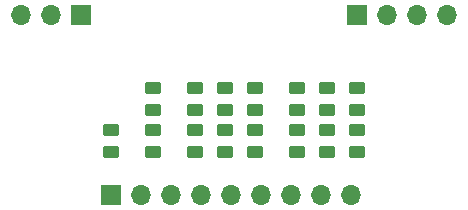
<source format=gbr>
%TF.GenerationSoftware,KiCad,Pcbnew,(6.0.0-0)*%
%TF.CreationDate,2022-07-05T21:41:24-04:00*%
%TF.ProjectId,IO-VGA-DAC,494f2d56-4741-42d4-9441-432e6b696361,rev?*%
%TF.SameCoordinates,Original*%
%TF.FileFunction,Soldermask,Top*%
%TF.FilePolarity,Negative*%
%FSLAX46Y46*%
G04 Gerber Fmt 4.6, Leading zero omitted, Abs format (unit mm)*
G04 Created by KiCad (PCBNEW (6.0.0-0)) date 2022-07-05 21:41:24*
%MOMM*%
%LPD*%
G01*
G04 APERTURE LIST*
G04 Aperture macros list*
%AMRoundRect*
0 Rectangle with rounded corners*
0 $1 Rounding radius*
0 $2 $3 $4 $5 $6 $7 $8 $9 X,Y pos of 4 corners*
0 Add a 4 corners polygon primitive as box body*
4,1,4,$2,$3,$4,$5,$6,$7,$8,$9,$2,$3,0*
0 Add four circle primitives for the rounded corners*
1,1,$1+$1,$2,$3*
1,1,$1+$1,$4,$5*
1,1,$1+$1,$6,$7*
1,1,$1+$1,$8,$9*
0 Add four rect primitives between the rounded corners*
20,1,$1+$1,$2,$3,$4,$5,0*
20,1,$1+$1,$4,$5,$6,$7,0*
20,1,$1+$1,$6,$7,$8,$9,0*
20,1,$1+$1,$8,$9,$2,$3,0*%
G04 Aperture macros list end*
%ADD10RoundRect,0.250000X-0.450000X0.262500X-0.450000X-0.262500X0.450000X-0.262500X0.450000X0.262500X0*%
%ADD11RoundRect,0.250000X0.450000X-0.262500X0.450000X0.262500X-0.450000X0.262500X-0.450000X-0.262500X0*%
%ADD12O,1.700000X1.700000*%
%ADD13R,1.700000X1.700000*%
G04 APERTURE END LIST*
D10*
%TO.C,R1*%
X173228000Y-121769500D03*
X173228000Y-123594500D03*
%TD*%
D11*
%TO.C,R6*%
X155956000Y-127150500D03*
X155956000Y-125325500D03*
%TD*%
D10*
%TO.C,R3*%
X155956000Y-123594500D03*
X155956000Y-121769500D03*
%TD*%
%TO.C,R13*%
X168148000Y-121769500D03*
X168148000Y-123594500D03*
%TD*%
D11*
%TO.C,R5*%
X164592000Y-127150500D03*
X164592000Y-125325500D03*
%TD*%
D10*
%TO.C,R14*%
X159512000Y-121769500D03*
X159512000Y-123594500D03*
%TD*%
D11*
%TO.C,R15*%
X168148000Y-127150500D03*
X168148000Y-125325500D03*
%TD*%
%TO.C,R16*%
X159512000Y-127150500D03*
X159512000Y-125325500D03*
%TD*%
D10*
%TO.C,R8*%
X162052000Y-121769500D03*
X162052000Y-123594500D03*
%TD*%
D11*
%TO.C,R12*%
X152400000Y-127150500D03*
X152400000Y-125325500D03*
%TD*%
%TO.C,R10*%
X170688000Y-127150500D03*
X170688000Y-125325500D03*
%TD*%
D10*
%TO.C,R7*%
X170688000Y-121769500D03*
X170688000Y-123594500D03*
%TD*%
%TO.C,R2*%
X164592000Y-121769500D03*
X164592000Y-123594500D03*
%TD*%
D11*
%TO.C,R4*%
X173228000Y-127150500D03*
X173228000Y-125325500D03*
%TD*%
%TO.C,R11*%
X162052000Y-127150500D03*
X162052000Y-125325500D03*
%TD*%
D12*
%TO.C,J2*%
X172720000Y-130810000D03*
X170180000Y-130810000D03*
X167640000Y-130810000D03*
X165100000Y-130810000D03*
X162560000Y-130810000D03*
X160020000Y-130810000D03*
X157480000Y-130810000D03*
X154940000Y-130810000D03*
D13*
X152400000Y-130810000D03*
%TD*%
%TO.C,J4*%
X173228000Y-115570000D03*
D12*
X175768000Y-115570000D03*
X178308000Y-115570000D03*
X180848000Y-115570000D03*
%TD*%
D13*
%TO.C,J1*%
X149845000Y-115570000D03*
D12*
X147305000Y-115570000D03*
X144765000Y-115570000D03*
%TD*%
M02*

</source>
